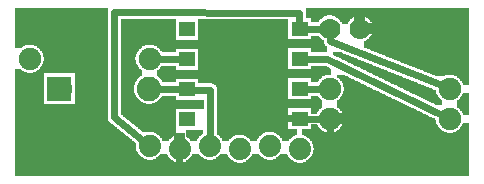
<source format=gtl>
G04 MADE WITH FRITZING*
G04 WWW.FRITZING.ORG*
G04 DOUBLE SIDED*
G04 HOLES PLATED*
G04 CONTOUR ON CENTER OF CONTOUR VECTOR*
%ASAXBY*%
%FSLAX23Y23*%
%MOIN*%
%OFA0B0*%
%SFA1.0B1.0*%
%ADD10C,0.075000*%
%ADD11C,0.074000*%
%ADD12C,0.070000*%
%ADD13C,0.082000*%
%ADD14R,0.055118X0.051181*%
%ADD15R,0.082000X0.082000*%
%ADD16C,0.024000*%
%LNCOPPER1*%
G90*
G70*
G54D10*
X1296Y530D03*
X114Y533D03*
G54D11*
X488Y141D03*
X588Y131D03*
X688Y141D03*
X788Y131D03*
X888Y141D03*
X988Y131D03*
G54D10*
X1088Y331D03*
X1488Y331D03*
X1088Y231D03*
X1488Y231D03*
G54D12*
X1088Y531D03*
X1188Y531D03*
G54D13*
X188Y331D03*
X486Y331D03*
G54D10*
X88Y431D03*
X488Y431D03*
G54D14*
X988Y531D03*
X988Y431D03*
X988Y331D03*
X988Y231D03*
X613Y529D03*
X613Y429D03*
X613Y329D03*
X613Y229D03*
G54D15*
X187Y331D03*
G54D16*
X518Y331D02*
X591Y329D01*
D02*
X689Y172D02*
X691Y328D01*
D02*
X691Y328D02*
X635Y328D01*
D02*
X591Y429D02*
X517Y431D01*
D02*
X1060Y331D02*
X1010Y331D01*
D02*
X1060Y231D02*
X1010Y231D01*
D02*
X1062Y531D02*
X1010Y531D01*
D02*
X1462Y342D02*
X1091Y490D01*
D02*
X1091Y490D02*
X1090Y505D01*
D02*
X464Y161D02*
X369Y237D01*
D02*
X369Y237D02*
X369Y587D01*
D02*
X369Y587D02*
X986Y584D01*
D02*
X986Y584D02*
X987Y551D01*
D02*
X1088Y67D02*
X586Y67D01*
D02*
X586Y67D02*
X587Y100D01*
D02*
X1088Y203D02*
X1088Y67D01*
D02*
X1078Y430D02*
X1462Y244D01*
D02*
X1010Y431D02*
X1078Y430D01*
G36*
X1008Y600D02*
X1008Y576D01*
X1196Y576D01*
X1196Y574D01*
X1202Y574D01*
X1202Y572D01*
X1206Y572D01*
X1206Y570D01*
X1210Y570D01*
X1210Y568D01*
X1212Y568D01*
X1212Y566D01*
X1216Y566D01*
X1216Y564D01*
X1218Y564D01*
X1218Y562D01*
X1220Y562D01*
X1220Y560D01*
X1222Y560D01*
X1222Y558D01*
X1224Y558D01*
X1224Y554D01*
X1226Y554D01*
X1226Y552D01*
X1228Y552D01*
X1228Y548D01*
X1230Y548D01*
X1230Y544D01*
X1232Y544D01*
X1232Y536D01*
X1234Y536D01*
X1234Y526D01*
X1232Y526D01*
X1232Y518D01*
X1230Y518D01*
X1230Y514D01*
X1228Y514D01*
X1228Y510D01*
X1226Y510D01*
X1226Y508D01*
X1224Y508D01*
X1224Y504D01*
X1222Y504D01*
X1222Y502D01*
X1220Y502D01*
X1220Y500D01*
X1218Y500D01*
X1218Y498D01*
X1216Y498D01*
X1216Y496D01*
X1214Y496D01*
X1214Y494D01*
X1210Y494D01*
X1210Y492D01*
X1208Y492D01*
X1208Y490D01*
X1202Y490D01*
X1202Y468D01*
X1206Y468D01*
X1206Y466D01*
X1212Y466D01*
X1212Y464D01*
X1216Y464D01*
X1216Y462D01*
X1222Y462D01*
X1222Y460D01*
X1226Y460D01*
X1226Y458D01*
X1232Y458D01*
X1232Y456D01*
X1236Y456D01*
X1236Y454D01*
X1242Y454D01*
X1242Y452D01*
X1246Y452D01*
X1246Y450D01*
X1252Y450D01*
X1252Y448D01*
X1256Y448D01*
X1256Y446D01*
X1262Y446D01*
X1262Y444D01*
X1266Y444D01*
X1266Y442D01*
X1272Y442D01*
X1272Y440D01*
X1276Y440D01*
X1276Y438D01*
X1282Y438D01*
X1282Y436D01*
X1286Y436D01*
X1286Y434D01*
X1292Y434D01*
X1292Y432D01*
X1296Y432D01*
X1296Y430D01*
X1302Y430D01*
X1302Y428D01*
X1306Y428D01*
X1306Y426D01*
X1312Y426D01*
X1312Y424D01*
X1316Y424D01*
X1316Y422D01*
X1322Y422D01*
X1322Y420D01*
X1326Y420D01*
X1326Y418D01*
X1332Y418D01*
X1332Y416D01*
X1336Y416D01*
X1336Y414D01*
X1342Y414D01*
X1342Y412D01*
X1346Y412D01*
X1346Y410D01*
X1352Y410D01*
X1352Y408D01*
X1358Y408D01*
X1358Y406D01*
X1362Y406D01*
X1362Y404D01*
X1368Y404D01*
X1368Y402D01*
X1372Y402D01*
X1372Y400D01*
X1378Y400D01*
X1378Y398D01*
X1382Y398D01*
X1382Y396D01*
X1388Y396D01*
X1388Y394D01*
X1392Y394D01*
X1392Y392D01*
X1398Y392D01*
X1398Y390D01*
X1402Y390D01*
X1402Y388D01*
X1408Y388D01*
X1408Y386D01*
X1412Y386D01*
X1412Y384D01*
X1418Y384D01*
X1418Y382D01*
X1422Y382D01*
X1422Y380D01*
X1428Y380D01*
X1428Y378D01*
X1498Y378D01*
X1498Y376D01*
X1504Y376D01*
X1504Y374D01*
X1508Y374D01*
X1508Y372D01*
X1512Y372D01*
X1512Y370D01*
X1514Y370D01*
X1514Y368D01*
X1516Y368D01*
X1516Y366D01*
X1520Y366D01*
X1520Y364D01*
X1522Y364D01*
X1522Y362D01*
X1524Y362D01*
X1524Y358D01*
X1526Y358D01*
X1526Y356D01*
X1528Y356D01*
X1528Y352D01*
X1530Y352D01*
X1530Y350D01*
X1532Y350D01*
X1532Y344D01*
X1552Y344D01*
X1552Y600D01*
X1008Y600D01*
G37*
D02*
G36*
X1008Y576D02*
X1008Y566D01*
X1026Y566D01*
X1026Y552D01*
X1050Y552D01*
X1050Y554D01*
X1052Y554D01*
X1052Y556D01*
X1054Y556D01*
X1054Y560D01*
X1056Y560D01*
X1056Y562D01*
X1058Y562D01*
X1058Y564D01*
X1062Y564D01*
X1062Y566D01*
X1064Y566D01*
X1064Y568D01*
X1066Y568D01*
X1066Y570D01*
X1070Y570D01*
X1070Y572D01*
X1074Y572D01*
X1074Y574D01*
X1080Y574D01*
X1080Y576D01*
X1008Y576D01*
G37*
D02*
G36*
X1096Y576D02*
X1096Y574D01*
X1102Y574D01*
X1102Y572D01*
X1106Y572D01*
X1106Y570D01*
X1110Y570D01*
X1110Y568D01*
X1112Y568D01*
X1112Y566D01*
X1116Y566D01*
X1116Y564D01*
X1118Y564D01*
X1118Y562D01*
X1120Y562D01*
X1120Y560D01*
X1122Y560D01*
X1122Y558D01*
X1124Y558D01*
X1124Y554D01*
X1126Y554D01*
X1126Y552D01*
X1128Y552D01*
X1128Y548D01*
X1148Y548D01*
X1148Y550D01*
X1150Y550D01*
X1150Y554D01*
X1152Y554D01*
X1152Y556D01*
X1154Y556D01*
X1154Y558D01*
X1156Y558D01*
X1156Y562D01*
X1158Y562D01*
X1158Y564D01*
X1162Y564D01*
X1162Y566D01*
X1164Y566D01*
X1164Y568D01*
X1166Y568D01*
X1166Y570D01*
X1170Y570D01*
X1170Y572D01*
X1174Y572D01*
X1174Y574D01*
X1180Y574D01*
X1180Y576D01*
X1096Y576D01*
G37*
D02*
G36*
X1432Y378D02*
X1432Y376D01*
X1438Y376D01*
X1438Y374D01*
X1442Y374D01*
X1442Y372D01*
X1468Y372D01*
X1468Y374D01*
X1472Y374D01*
X1472Y376D01*
X1478Y376D01*
X1478Y378D01*
X1432Y378D01*
G37*
D02*
G36*
X1100Y454D02*
X1100Y442D01*
X1104Y442D01*
X1104Y440D01*
X1108Y440D01*
X1108Y438D01*
X1112Y438D01*
X1112Y436D01*
X1118Y436D01*
X1118Y434D01*
X1122Y434D01*
X1122Y432D01*
X1126Y432D01*
X1126Y430D01*
X1130Y430D01*
X1130Y428D01*
X1134Y428D01*
X1134Y426D01*
X1138Y426D01*
X1138Y424D01*
X1142Y424D01*
X1142Y422D01*
X1146Y422D01*
X1146Y420D01*
X1150Y420D01*
X1150Y418D01*
X1154Y418D01*
X1154Y416D01*
X1158Y416D01*
X1158Y414D01*
X1162Y414D01*
X1162Y412D01*
X1166Y412D01*
X1166Y410D01*
X1170Y410D01*
X1170Y408D01*
X1174Y408D01*
X1174Y406D01*
X1178Y406D01*
X1178Y404D01*
X1184Y404D01*
X1184Y402D01*
X1188Y402D01*
X1188Y400D01*
X1192Y400D01*
X1192Y398D01*
X1196Y398D01*
X1196Y396D01*
X1200Y396D01*
X1200Y394D01*
X1204Y394D01*
X1204Y392D01*
X1208Y392D01*
X1208Y390D01*
X1212Y390D01*
X1212Y388D01*
X1216Y388D01*
X1216Y386D01*
X1220Y386D01*
X1220Y384D01*
X1224Y384D01*
X1224Y382D01*
X1228Y382D01*
X1228Y380D01*
X1232Y380D01*
X1232Y378D01*
X1236Y378D01*
X1236Y376D01*
X1240Y376D01*
X1240Y374D01*
X1246Y374D01*
X1246Y372D01*
X1250Y372D01*
X1250Y370D01*
X1254Y370D01*
X1254Y368D01*
X1258Y368D01*
X1258Y366D01*
X1262Y366D01*
X1262Y364D01*
X1266Y364D01*
X1266Y362D01*
X1270Y362D01*
X1270Y360D01*
X1274Y360D01*
X1274Y358D01*
X1278Y358D01*
X1278Y356D01*
X1282Y356D01*
X1282Y354D01*
X1286Y354D01*
X1286Y352D01*
X1290Y352D01*
X1290Y350D01*
X1294Y350D01*
X1294Y348D01*
X1298Y348D01*
X1298Y346D01*
X1302Y346D01*
X1302Y344D01*
X1308Y344D01*
X1308Y342D01*
X1312Y342D01*
X1312Y340D01*
X1316Y340D01*
X1316Y338D01*
X1320Y338D01*
X1320Y336D01*
X1324Y336D01*
X1324Y334D01*
X1328Y334D01*
X1328Y332D01*
X1332Y332D01*
X1332Y330D01*
X1336Y330D01*
X1336Y328D01*
X1340Y328D01*
X1340Y326D01*
X1344Y326D01*
X1344Y324D01*
X1348Y324D01*
X1348Y322D01*
X1352Y322D01*
X1352Y320D01*
X1356Y320D01*
X1356Y318D01*
X1360Y318D01*
X1360Y316D01*
X1364Y316D01*
X1364Y314D01*
X1370Y314D01*
X1370Y312D01*
X1374Y312D01*
X1374Y310D01*
X1378Y310D01*
X1378Y308D01*
X1382Y308D01*
X1382Y306D01*
X1386Y306D01*
X1386Y304D01*
X1390Y304D01*
X1390Y302D01*
X1394Y302D01*
X1394Y300D01*
X1398Y300D01*
X1398Y298D01*
X1402Y298D01*
X1402Y296D01*
X1406Y296D01*
X1406Y294D01*
X1410Y294D01*
X1410Y292D01*
X1414Y292D01*
X1414Y290D01*
X1418Y290D01*
X1418Y288D01*
X1422Y288D01*
X1422Y286D01*
X1426Y286D01*
X1426Y284D01*
X1432Y284D01*
X1432Y282D01*
X1436Y282D01*
X1436Y280D01*
X1440Y280D01*
X1440Y278D01*
X1444Y278D01*
X1444Y276D01*
X1464Y276D01*
X1464Y292D01*
X1462Y292D01*
X1462Y294D01*
X1460Y294D01*
X1460Y296D01*
X1458Y296D01*
X1458Y298D01*
X1456Y298D01*
X1456Y300D01*
X1454Y300D01*
X1454Y302D01*
X1452Y302D01*
X1452Y304D01*
X1450Y304D01*
X1450Y306D01*
X1448Y306D01*
X1448Y310D01*
X1446Y310D01*
X1446Y314D01*
X1444Y314D01*
X1444Y318D01*
X1442Y318D01*
X1442Y326D01*
X1438Y326D01*
X1438Y328D01*
X1434Y328D01*
X1434Y330D01*
X1428Y330D01*
X1428Y332D01*
X1424Y332D01*
X1424Y334D01*
X1418Y334D01*
X1418Y336D01*
X1414Y336D01*
X1414Y338D01*
X1408Y338D01*
X1408Y340D01*
X1404Y340D01*
X1404Y342D01*
X1398Y342D01*
X1398Y344D01*
X1394Y344D01*
X1394Y346D01*
X1388Y346D01*
X1388Y348D01*
X1384Y348D01*
X1384Y350D01*
X1378Y350D01*
X1378Y352D01*
X1374Y352D01*
X1374Y354D01*
X1368Y354D01*
X1368Y356D01*
X1364Y356D01*
X1364Y358D01*
X1358Y358D01*
X1358Y360D01*
X1354Y360D01*
X1354Y362D01*
X1348Y362D01*
X1348Y364D01*
X1344Y364D01*
X1344Y366D01*
X1338Y366D01*
X1338Y368D01*
X1334Y368D01*
X1334Y370D01*
X1328Y370D01*
X1328Y372D01*
X1324Y372D01*
X1324Y374D01*
X1318Y374D01*
X1318Y376D01*
X1314Y376D01*
X1314Y378D01*
X1308Y378D01*
X1308Y380D01*
X1304Y380D01*
X1304Y382D01*
X1298Y382D01*
X1298Y384D01*
X1294Y384D01*
X1294Y386D01*
X1288Y386D01*
X1288Y388D01*
X1284Y388D01*
X1284Y390D01*
X1278Y390D01*
X1278Y392D01*
X1274Y392D01*
X1274Y394D01*
X1268Y394D01*
X1268Y396D01*
X1264Y396D01*
X1264Y398D01*
X1258Y398D01*
X1258Y400D01*
X1254Y400D01*
X1254Y402D01*
X1248Y402D01*
X1248Y404D01*
X1244Y404D01*
X1244Y406D01*
X1238Y406D01*
X1238Y408D01*
X1234Y408D01*
X1234Y410D01*
X1228Y410D01*
X1228Y412D01*
X1224Y412D01*
X1224Y414D01*
X1218Y414D01*
X1218Y416D01*
X1214Y416D01*
X1214Y418D01*
X1208Y418D01*
X1208Y420D01*
X1204Y420D01*
X1204Y422D01*
X1198Y422D01*
X1198Y424D01*
X1194Y424D01*
X1194Y426D01*
X1188Y426D01*
X1188Y428D01*
X1184Y428D01*
X1184Y430D01*
X1178Y430D01*
X1178Y432D01*
X1174Y432D01*
X1174Y434D01*
X1168Y434D01*
X1168Y436D01*
X1164Y436D01*
X1164Y438D01*
X1158Y438D01*
X1158Y440D01*
X1154Y440D01*
X1154Y442D01*
X1148Y442D01*
X1148Y444D01*
X1144Y444D01*
X1144Y446D01*
X1138Y446D01*
X1138Y448D01*
X1134Y448D01*
X1134Y450D01*
X1128Y450D01*
X1128Y452D01*
X1124Y452D01*
X1124Y454D01*
X1100Y454D01*
G37*
D02*
G36*
X392Y564D02*
X392Y492D01*
X576Y492D01*
X576Y564D01*
X392Y564D01*
G37*
D02*
G36*
X650Y564D02*
X650Y496D01*
X950Y496D01*
X950Y562D01*
X702Y562D01*
X702Y564D01*
X650Y564D01*
G37*
D02*
G36*
X1026Y508D02*
X1026Y496D01*
X1060Y496D01*
X1060Y498D01*
X1058Y498D01*
X1058Y500D01*
X1056Y500D01*
X1056Y502D01*
X1054Y502D01*
X1054Y506D01*
X1052Y506D01*
X1052Y508D01*
X1026Y508D01*
G37*
D02*
G36*
X650Y496D02*
X650Y494D01*
X1064Y494D01*
X1064Y496D01*
X650Y496D01*
G37*
D02*
G36*
X650Y496D02*
X650Y494D01*
X1064Y494D01*
X1064Y496D01*
X650Y496D01*
G37*
D02*
G36*
X650Y494D02*
X650Y492D01*
X1066Y492D01*
X1066Y494D01*
X650Y494D01*
G37*
D02*
G36*
X392Y492D02*
X392Y490D01*
X1068Y490D01*
X1068Y492D01*
X392Y492D01*
G37*
D02*
G36*
X392Y492D02*
X392Y490D01*
X1068Y490D01*
X1068Y492D01*
X392Y492D01*
G37*
D02*
G36*
X392Y490D02*
X392Y478D01*
X498Y478D01*
X498Y476D01*
X504Y476D01*
X504Y474D01*
X508Y474D01*
X508Y472D01*
X512Y472D01*
X512Y470D01*
X514Y470D01*
X514Y468D01*
X516Y468D01*
X516Y466D01*
X1026Y466D01*
X1026Y452D01*
X1080Y452D01*
X1080Y472D01*
X1076Y472D01*
X1076Y474D01*
X1074Y474D01*
X1074Y476D01*
X1072Y476D01*
X1072Y480D01*
X1070Y480D01*
X1070Y488D01*
X1068Y488D01*
X1068Y490D01*
X392Y490D01*
G37*
D02*
G36*
X392Y478D02*
X392Y280D01*
X476Y280D01*
X476Y282D01*
X470Y282D01*
X470Y284D01*
X466Y284D01*
X466Y286D01*
X462Y286D01*
X462Y288D01*
X460Y288D01*
X460Y290D01*
X456Y290D01*
X456Y292D01*
X454Y292D01*
X454Y294D01*
X452Y294D01*
X452Y296D01*
X450Y296D01*
X450Y298D01*
X448Y298D01*
X448Y300D01*
X446Y300D01*
X446Y304D01*
X444Y304D01*
X444Y306D01*
X442Y306D01*
X442Y310D01*
X440Y310D01*
X440Y314D01*
X438Y314D01*
X438Y318D01*
X436Y318D01*
X436Y342D01*
X438Y342D01*
X438Y348D01*
X440Y348D01*
X440Y352D01*
X442Y352D01*
X442Y356D01*
X444Y356D01*
X444Y358D01*
X446Y358D01*
X446Y362D01*
X448Y362D01*
X448Y364D01*
X450Y364D01*
X450Y366D01*
X452Y366D01*
X452Y368D01*
X454Y368D01*
X454Y370D01*
X456Y370D01*
X456Y372D01*
X460Y372D01*
X460Y374D01*
X462Y374D01*
X462Y394D01*
X460Y394D01*
X460Y396D01*
X458Y396D01*
X458Y398D01*
X454Y398D01*
X454Y402D01*
X452Y402D01*
X452Y404D01*
X450Y404D01*
X450Y406D01*
X448Y406D01*
X448Y410D01*
X446Y410D01*
X446Y414D01*
X444Y414D01*
X444Y418D01*
X442Y418D01*
X442Y426D01*
X440Y426D01*
X440Y436D01*
X442Y436D01*
X442Y444D01*
X444Y444D01*
X444Y448D01*
X446Y448D01*
X446Y452D01*
X448Y452D01*
X448Y456D01*
X450Y456D01*
X450Y458D01*
X452Y458D01*
X452Y460D01*
X454Y460D01*
X454Y462D01*
X456Y462D01*
X456Y464D01*
X458Y464D01*
X458Y466D01*
X460Y466D01*
X460Y468D01*
X462Y468D01*
X462Y470D01*
X464Y470D01*
X464Y472D01*
X468Y472D01*
X468Y474D01*
X472Y474D01*
X472Y476D01*
X478Y476D01*
X478Y478D01*
X392Y478D01*
G37*
D02*
G36*
X520Y466D02*
X520Y464D01*
X650Y464D01*
X650Y396D01*
X950Y396D01*
X950Y466D01*
X520Y466D01*
G37*
D02*
G36*
X522Y464D02*
X522Y462D01*
X524Y462D01*
X524Y458D01*
X526Y458D01*
X526Y456D01*
X528Y456D01*
X528Y452D01*
X576Y452D01*
X576Y464D01*
X522Y464D01*
G37*
D02*
G36*
X528Y408D02*
X528Y406D01*
X526Y406D01*
X526Y404D01*
X524Y404D01*
X524Y400D01*
X522Y400D01*
X522Y398D01*
X520Y398D01*
X520Y396D01*
X518Y396D01*
X518Y394D01*
X514Y394D01*
X514Y392D01*
X576Y392D01*
X576Y406D01*
X572Y406D01*
X572Y408D01*
X528Y408D01*
G37*
D02*
G36*
X1026Y408D02*
X1026Y396D01*
X1094Y396D01*
X1094Y398D01*
X1090Y398D01*
X1090Y400D01*
X1086Y400D01*
X1086Y402D01*
X1082Y402D01*
X1082Y404D01*
X1078Y404D01*
X1078Y406D01*
X1074Y406D01*
X1074Y408D01*
X1026Y408D01*
G37*
D02*
G36*
X650Y396D02*
X650Y394D01*
X1094Y394D01*
X1094Y396D01*
X650Y396D01*
G37*
D02*
G36*
X650Y396D02*
X650Y394D01*
X1094Y394D01*
X1094Y396D01*
X650Y396D01*
G37*
D02*
G36*
X650Y394D02*
X650Y392D01*
X1094Y392D01*
X1094Y394D01*
X650Y394D01*
G37*
D02*
G36*
X512Y392D02*
X512Y390D01*
X1094Y390D01*
X1094Y392D01*
X512Y392D01*
G37*
D02*
G36*
X512Y392D02*
X512Y390D01*
X1094Y390D01*
X1094Y392D01*
X512Y392D01*
G37*
D02*
G36*
X512Y390D02*
X512Y372D01*
X516Y372D01*
X516Y370D01*
X518Y370D01*
X518Y368D01*
X520Y368D01*
X520Y366D01*
X1026Y366D01*
X1026Y352D01*
X1048Y352D01*
X1048Y356D01*
X1050Y356D01*
X1050Y358D01*
X1052Y358D01*
X1052Y360D01*
X1054Y360D01*
X1054Y362D01*
X1056Y362D01*
X1056Y364D01*
X1058Y364D01*
X1058Y366D01*
X1060Y366D01*
X1060Y368D01*
X1062Y368D01*
X1062Y370D01*
X1064Y370D01*
X1064Y372D01*
X1068Y372D01*
X1068Y374D01*
X1072Y374D01*
X1072Y376D01*
X1078Y376D01*
X1078Y378D01*
X1094Y378D01*
X1094Y390D01*
X512Y390D01*
G37*
D02*
G36*
X522Y366D02*
X522Y364D01*
X650Y364D01*
X650Y350D01*
X696Y350D01*
X696Y348D01*
X702Y348D01*
X702Y346D01*
X704Y346D01*
X704Y344D01*
X706Y344D01*
X706Y342D01*
X708Y342D01*
X708Y340D01*
X710Y340D01*
X710Y336D01*
X712Y336D01*
X712Y296D01*
X950Y296D01*
X950Y366D01*
X522Y366D01*
G37*
D02*
G36*
X524Y364D02*
X524Y362D01*
X526Y362D01*
X526Y360D01*
X528Y360D01*
X528Y356D01*
X530Y356D01*
X530Y354D01*
X532Y354D01*
X532Y352D01*
X576Y352D01*
X576Y364D01*
X524Y364D01*
G37*
D02*
G36*
X530Y308D02*
X530Y306D01*
X528Y306D01*
X528Y302D01*
X526Y302D01*
X526Y300D01*
X524Y300D01*
X524Y298D01*
X522Y298D01*
X522Y296D01*
X520Y296D01*
X520Y294D01*
X518Y294D01*
X518Y292D01*
X516Y292D01*
X516Y290D01*
X514Y290D01*
X514Y288D01*
X510Y288D01*
X510Y286D01*
X506Y286D01*
X506Y284D01*
X502Y284D01*
X502Y282D01*
X496Y282D01*
X496Y280D01*
X668Y280D01*
X668Y292D01*
X576Y292D01*
X576Y306D01*
X572Y306D01*
X572Y308D01*
X530Y308D01*
G37*
D02*
G36*
X1026Y308D02*
X1026Y296D01*
X1058Y296D01*
X1058Y298D01*
X1056Y298D01*
X1056Y300D01*
X1054Y300D01*
X1054Y302D01*
X1052Y302D01*
X1052Y304D01*
X1050Y304D01*
X1050Y306D01*
X1048Y306D01*
X1048Y308D01*
X1026Y308D01*
G37*
D02*
G36*
X712Y296D02*
X712Y294D01*
X1060Y294D01*
X1060Y296D01*
X712Y296D01*
G37*
D02*
G36*
X712Y296D02*
X712Y294D01*
X1060Y294D01*
X1060Y296D01*
X712Y296D01*
G37*
D02*
G36*
X712Y294D02*
X712Y266D01*
X1026Y266D01*
X1026Y248D01*
X1046Y248D01*
X1046Y252D01*
X1048Y252D01*
X1048Y256D01*
X1050Y256D01*
X1050Y258D01*
X1052Y258D01*
X1052Y260D01*
X1054Y260D01*
X1054Y262D01*
X1056Y262D01*
X1056Y264D01*
X1058Y264D01*
X1058Y266D01*
X1060Y266D01*
X1060Y268D01*
X1062Y268D01*
X1062Y270D01*
X1064Y270D01*
X1064Y292D01*
X1062Y292D01*
X1062Y294D01*
X712Y294D01*
G37*
D02*
G36*
X392Y280D02*
X392Y278D01*
X668Y278D01*
X668Y280D01*
X392Y280D01*
G37*
D02*
G36*
X392Y280D02*
X392Y278D01*
X668Y278D01*
X668Y280D01*
X392Y280D01*
G37*
D02*
G36*
X392Y278D02*
X392Y246D01*
X394Y246D01*
X394Y244D01*
X396Y244D01*
X396Y242D01*
X398Y242D01*
X398Y240D01*
X400Y240D01*
X400Y238D01*
X404Y238D01*
X404Y236D01*
X406Y236D01*
X406Y234D01*
X408Y234D01*
X408Y232D01*
X410Y232D01*
X410Y230D01*
X414Y230D01*
X414Y228D01*
X416Y228D01*
X416Y226D01*
X418Y226D01*
X418Y224D01*
X420Y224D01*
X420Y222D01*
X424Y222D01*
X424Y220D01*
X426Y220D01*
X426Y218D01*
X428Y218D01*
X428Y216D01*
X430Y216D01*
X430Y214D01*
X434Y214D01*
X434Y212D01*
X436Y212D01*
X436Y210D01*
X438Y210D01*
X438Y208D01*
X440Y208D01*
X440Y206D01*
X444Y206D01*
X444Y204D01*
X446Y204D01*
X446Y202D01*
X448Y202D01*
X448Y200D01*
X450Y200D01*
X450Y198D01*
X454Y198D01*
X454Y196D01*
X456Y196D01*
X456Y194D01*
X458Y194D01*
X458Y192D01*
X460Y192D01*
X460Y190D01*
X464Y190D01*
X464Y188D01*
X496Y188D01*
X496Y186D01*
X502Y186D01*
X502Y184D01*
X508Y184D01*
X508Y182D01*
X510Y182D01*
X510Y180D01*
X514Y180D01*
X514Y178D01*
X516Y178D01*
X516Y176D01*
X518Y176D01*
X518Y174D01*
X520Y174D01*
X520Y172D01*
X522Y172D01*
X522Y170D01*
X524Y170D01*
X524Y168D01*
X526Y168D01*
X526Y166D01*
X528Y166D01*
X528Y162D01*
X530Y162D01*
X530Y158D01*
X552Y158D01*
X552Y160D01*
X554Y160D01*
X554Y162D01*
X556Y162D01*
X556Y164D01*
X558Y164D01*
X558Y166D01*
X560Y166D01*
X560Y168D01*
X562Y168D01*
X562Y170D01*
X566Y170D01*
X566Y172D01*
X570Y172D01*
X570Y174D01*
X574Y174D01*
X574Y176D01*
X576Y176D01*
X576Y264D01*
X668Y264D01*
X668Y278D01*
X392Y278D01*
G37*
D02*
G36*
X712Y266D02*
X712Y188D01*
X896Y188D01*
X896Y186D01*
X902Y186D01*
X902Y184D01*
X908Y184D01*
X908Y182D01*
X910Y182D01*
X910Y180D01*
X914Y180D01*
X914Y178D01*
X916Y178D01*
X916Y176D01*
X918Y176D01*
X918Y174D01*
X920Y174D01*
X920Y172D01*
X922Y172D01*
X922Y170D01*
X924Y170D01*
X924Y168D01*
X926Y168D01*
X926Y166D01*
X928Y166D01*
X928Y162D01*
X930Y162D01*
X930Y158D01*
X952Y158D01*
X952Y160D01*
X954Y160D01*
X954Y162D01*
X956Y162D01*
X956Y164D01*
X958Y164D01*
X958Y166D01*
X960Y166D01*
X960Y168D01*
X962Y168D01*
X962Y170D01*
X966Y170D01*
X966Y172D01*
X970Y172D01*
X970Y174D01*
X974Y174D01*
X974Y176D01*
X980Y176D01*
X980Y196D01*
X950Y196D01*
X950Y266D01*
X712Y266D01*
G37*
D02*
G36*
X712Y188D02*
X712Y180D01*
X714Y180D01*
X714Y178D01*
X796Y178D01*
X796Y176D01*
X802Y176D01*
X802Y174D01*
X808Y174D01*
X808Y172D01*
X810Y172D01*
X810Y170D01*
X814Y170D01*
X814Y168D01*
X816Y168D01*
X816Y166D01*
X818Y166D01*
X818Y164D01*
X820Y164D01*
X820Y162D01*
X822Y162D01*
X822Y160D01*
X824Y160D01*
X824Y158D01*
X846Y158D01*
X846Y162D01*
X848Y162D01*
X848Y164D01*
X850Y164D01*
X850Y168D01*
X852Y168D01*
X852Y170D01*
X854Y170D01*
X854Y172D01*
X856Y172D01*
X856Y174D01*
X858Y174D01*
X858Y176D01*
X860Y176D01*
X860Y178D01*
X862Y178D01*
X862Y180D01*
X866Y180D01*
X866Y182D01*
X870Y182D01*
X870Y184D01*
X874Y184D01*
X874Y186D01*
X880Y186D01*
X880Y188D01*
X712Y188D01*
G37*
D02*
G36*
X716Y178D02*
X716Y176D01*
X718Y176D01*
X718Y174D01*
X720Y174D01*
X720Y172D01*
X722Y172D01*
X722Y170D01*
X724Y170D01*
X724Y168D01*
X726Y168D01*
X726Y166D01*
X728Y166D01*
X728Y162D01*
X730Y162D01*
X730Y158D01*
X752Y158D01*
X752Y160D01*
X754Y160D01*
X754Y162D01*
X756Y162D01*
X756Y164D01*
X758Y164D01*
X758Y166D01*
X760Y166D01*
X760Y168D01*
X762Y168D01*
X762Y170D01*
X766Y170D01*
X766Y172D01*
X770Y172D01*
X770Y174D01*
X774Y174D01*
X774Y176D01*
X780Y176D01*
X780Y178D01*
X716Y178D01*
G37*
D02*
G36*
X40Y600D02*
X40Y478D01*
X98Y478D01*
X98Y476D01*
X104Y476D01*
X104Y474D01*
X108Y474D01*
X108Y472D01*
X112Y472D01*
X112Y470D01*
X114Y470D01*
X114Y468D01*
X116Y468D01*
X116Y466D01*
X120Y466D01*
X120Y464D01*
X122Y464D01*
X122Y460D01*
X124Y460D01*
X124Y458D01*
X126Y458D01*
X126Y456D01*
X128Y456D01*
X128Y452D01*
X130Y452D01*
X130Y450D01*
X132Y450D01*
X132Y444D01*
X134Y444D01*
X134Y438D01*
X136Y438D01*
X136Y424D01*
X134Y424D01*
X134Y418D01*
X132Y418D01*
X132Y412D01*
X130Y412D01*
X130Y408D01*
X128Y408D01*
X128Y406D01*
X126Y406D01*
X126Y404D01*
X124Y404D01*
X124Y400D01*
X122Y400D01*
X122Y398D01*
X120Y398D01*
X120Y396D01*
X118Y396D01*
X118Y394D01*
X114Y394D01*
X114Y392D01*
X112Y392D01*
X112Y390D01*
X108Y390D01*
X108Y388D01*
X104Y388D01*
X104Y386D01*
X98Y386D01*
X98Y384D01*
X348Y384D01*
X348Y600D01*
X40Y600D01*
G37*
D02*
G36*
X40Y478D02*
X40Y466D01*
X60Y466D01*
X60Y468D01*
X62Y468D01*
X62Y470D01*
X66Y470D01*
X66Y472D01*
X68Y472D01*
X68Y474D01*
X72Y474D01*
X72Y476D01*
X78Y476D01*
X78Y478D01*
X40Y478D01*
G37*
D02*
G36*
X40Y396D02*
X40Y384D01*
X78Y384D01*
X78Y386D01*
X72Y386D01*
X72Y388D01*
X68Y388D01*
X68Y390D01*
X64Y390D01*
X64Y392D01*
X62Y392D01*
X62Y394D01*
X60Y394D01*
X60Y396D01*
X40Y396D01*
G37*
D02*
G36*
X40Y384D02*
X40Y382D01*
X348Y382D01*
X348Y384D01*
X40Y384D01*
G37*
D02*
G36*
X40Y384D02*
X40Y382D01*
X348Y382D01*
X348Y384D01*
X40Y384D01*
G37*
D02*
G36*
X40Y382D02*
X40Y280D01*
X136Y280D01*
X136Y382D01*
X40Y382D01*
G37*
D02*
G36*
X238Y382D02*
X238Y334D01*
X240Y334D01*
X240Y328D01*
X238Y328D01*
X238Y280D01*
X348Y280D01*
X348Y382D01*
X238Y382D01*
G37*
D02*
G36*
X1114Y378D02*
X1114Y368D01*
X1116Y368D01*
X1116Y366D01*
X1120Y366D01*
X1120Y364D01*
X1122Y364D01*
X1122Y362D01*
X1124Y362D01*
X1124Y358D01*
X1126Y358D01*
X1126Y356D01*
X1128Y356D01*
X1128Y352D01*
X1130Y352D01*
X1130Y350D01*
X1132Y350D01*
X1132Y344D01*
X1134Y344D01*
X1134Y338D01*
X1136Y338D01*
X1136Y324D01*
X1134Y324D01*
X1134Y316D01*
X1132Y316D01*
X1132Y312D01*
X1130Y312D01*
X1130Y308D01*
X1128Y308D01*
X1128Y306D01*
X1126Y306D01*
X1126Y304D01*
X1124Y304D01*
X1124Y300D01*
X1122Y300D01*
X1122Y298D01*
X1120Y298D01*
X1120Y296D01*
X1118Y296D01*
X1118Y294D01*
X1114Y294D01*
X1114Y292D01*
X1112Y292D01*
X1112Y270D01*
X1114Y270D01*
X1114Y268D01*
X1116Y268D01*
X1116Y266D01*
X1120Y266D01*
X1120Y264D01*
X1122Y264D01*
X1122Y262D01*
X1124Y262D01*
X1124Y258D01*
X1126Y258D01*
X1126Y256D01*
X1128Y256D01*
X1128Y252D01*
X1130Y252D01*
X1130Y250D01*
X1132Y250D01*
X1132Y244D01*
X1134Y244D01*
X1134Y238D01*
X1136Y238D01*
X1136Y224D01*
X1134Y224D01*
X1134Y216D01*
X1132Y216D01*
X1132Y212D01*
X1130Y212D01*
X1130Y208D01*
X1128Y208D01*
X1128Y206D01*
X1126Y206D01*
X1126Y204D01*
X1124Y204D01*
X1124Y200D01*
X1122Y200D01*
X1122Y198D01*
X1120Y198D01*
X1120Y196D01*
X1118Y196D01*
X1118Y194D01*
X1114Y194D01*
X1114Y192D01*
X1112Y192D01*
X1112Y190D01*
X1108Y190D01*
X1108Y188D01*
X1104Y188D01*
X1104Y186D01*
X1098Y186D01*
X1098Y184D01*
X1478Y184D01*
X1478Y186D01*
X1472Y186D01*
X1472Y188D01*
X1468Y188D01*
X1468Y190D01*
X1464Y190D01*
X1464Y192D01*
X1462Y192D01*
X1462Y194D01*
X1460Y194D01*
X1460Y196D01*
X1458Y196D01*
X1458Y198D01*
X1456Y198D01*
X1456Y200D01*
X1454Y200D01*
X1454Y202D01*
X1452Y202D01*
X1452Y204D01*
X1450Y204D01*
X1450Y206D01*
X1448Y206D01*
X1448Y210D01*
X1446Y210D01*
X1446Y214D01*
X1444Y214D01*
X1444Y218D01*
X1442Y218D01*
X1442Y226D01*
X1440Y226D01*
X1440Y230D01*
X1438Y230D01*
X1438Y232D01*
X1434Y232D01*
X1434Y234D01*
X1430Y234D01*
X1430Y236D01*
X1426Y236D01*
X1426Y238D01*
X1420Y238D01*
X1420Y240D01*
X1416Y240D01*
X1416Y242D01*
X1412Y242D01*
X1412Y244D01*
X1408Y244D01*
X1408Y246D01*
X1404Y246D01*
X1404Y248D01*
X1400Y248D01*
X1400Y250D01*
X1396Y250D01*
X1396Y252D01*
X1392Y252D01*
X1392Y254D01*
X1388Y254D01*
X1388Y256D01*
X1384Y256D01*
X1384Y258D01*
X1380Y258D01*
X1380Y260D01*
X1376Y260D01*
X1376Y262D01*
X1372Y262D01*
X1372Y264D01*
X1368Y264D01*
X1368Y266D01*
X1364Y266D01*
X1364Y268D01*
X1358Y268D01*
X1358Y270D01*
X1354Y270D01*
X1354Y272D01*
X1350Y272D01*
X1350Y274D01*
X1346Y274D01*
X1346Y276D01*
X1342Y276D01*
X1342Y278D01*
X1338Y278D01*
X1338Y280D01*
X1334Y280D01*
X1334Y282D01*
X1330Y282D01*
X1330Y284D01*
X1326Y284D01*
X1326Y286D01*
X1322Y286D01*
X1322Y288D01*
X1318Y288D01*
X1318Y290D01*
X1314Y290D01*
X1314Y292D01*
X1310Y292D01*
X1310Y294D01*
X1306Y294D01*
X1306Y296D01*
X1302Y296D01*
X1302Y298D01*
X1296Y298D01*
X1296Y300D01*
X1292Y300D01*
X1292Y302D01*
X1288Y302D01*
X1288Y304D01*
X1284Y304D01*
X1284Y306D01*
X1280Y306D01*
X1280Y308D01*
X1276Y308D01*
X1276Y310D01*
X1272Y310D01*
X1272Y312D01*
X1268Y312D01*
X1268Y314D01*
X1264Y314D01*
X1264Y316D01*
X1260Y316D01*
X1260Y318D01*
X1256Y318D01*
X1256Y320D01*
X1252Y320D01*
X1252Y322D01*
X1248Y322D01*
X1248Y324D01*
X1244Y324D01*
X1244Y326D01*
X1240Y326D01*
X1240Y328D01*
X1234Y328D01*
X1234Y330D01*
X1230Y330D01*
X1230Y332D01*
X1226Y332D01*
X1226Y334D01*
X1222Y334D01*
X1222Y336D01*
X1218Y336D01*
X1218Y338D01*
X1214Y338D01*
X1214Y340D01*
X1210Y340D01*
X1210Y342D01*
X1206Y342D01*
X1206Y344D01*
X1202Y344D01*
X1202Y346D01*
X1198Y346D01*
X1198Y348D01*
X1194Y348D01*
X1194Y350D01*
X1190Y350D01*
X1190Y352D01*
X1186Y352D01*
X1186Y354D01*
X1182Y354D01*
X1182Y356D01*
X1178Y356D01*
X1178Y358D01*
X1174Y358D01*
X1174Y360D01*
X1168Y360D01*
X1168Y362D01*
X1164Y362D01*
X1164Y364D01*
X1160Y364D01*
X1160Y366D01*
X1156Y366D01*
X1156Y368D01*
X1152Y368D01*
X1152Y370D01*
X1148Y370D01*
X1148Y372D01*
X1144Y372D01*
X1144Y374D01*
X1140Y374D01*
X1140Y376D01*
X1136Y376D01*
X1136Y378D01*
X1114Y378D01*
G37*
D02*
G36*
X40Y280D02*
X40Y278D01*
X348Y278D01*
X348Y280D01*
X40Y280D01*
G37*
D02*
G36*
X40Y280D02*
X40Y278D01*
X348Y278D01*
X348Y280D01*
X40Y280D01*
G37*
D02*
G36*
X40Y278D02*
X40Y94D01*
X480Y94D01*
X480Y96D01*
X474Y96D01*
X474Y98D01*
X468Y98D01*
X468Y100D01*
X466Y100D01*
X466Y102D01*
X462Y102D01*
X462Y104D01*
X460Y104D01*
X460Y106D01*
X458Y106D01*
X458Y108D01*
X456Y108D01*
X456Y110D01*
X454Y110D01*
X454Y112D01*
X452Y112D01*
X452Y114D01*
X450Y114D01*
X450Y118D01*
X448Y118D01*
X448Y120D01*
X446Y120D01*
X446Y124D01*
X444Y124D01*
X444Y130D01*
X442Y130D01*
X442Y150D01*
X440Y150D01*
X440Y152D01*
X438Y152D01*
X438Y154D01*
X436Y154D01*
X436Y156D01*
X432Y156D01*
X432Y158D01*
X430Y158D01*
X430Y160D01*
X428Y160D01*
X428Y162D01*
X426Y162D01*
X426Y164D01*
X422Y164D01*
X422Y166D01*
X420Y166D01*
X420Y168D01*
X418Y168D01*
X418Y170D01*
X416Y170D01*
X416Y172D01*
X412Y172D01*
X412Y174D01*
X410Y174D01*
X410Y176D01*
X408Y176D01*
X408Y178D01*
X406Y178D01*
X406Y180D01*
X402Y180D01*
X402Y182D01*
X400Y182D01*
X400Y184D01*
X398Y184D01*
X398Y186D01*
X396Y186D01*
X396Y188D01*
X392Y188D01*
X392Y190D01*
X390Y190D01*
X390Y192D01*
X388Y192D01*
X388Y194D01*
X386Y194D01*
X386Y196D01*
X382Y196D01*
X382Y198D01*
X380Y198D01*
X380Y200D01*
X378Y200D01*
X378Y202D01*
X376Y202D01*
X376Y204D01*
X372Y204D01*
X372Y206D01*
X370Y206D01*
X370Y208D01*
X368Y208D01*
X368Y210D01*
X366Y210D01*
X366Y212D01*
X362Y212D01*
X362Y214D01*
X360Y214D01*
X360Y216D01*
X358Y216D01*
X358Y218D01*
X356Y218D01*
X356Y220D01*
X354Y220D01*
X354Y222D01*
X352Y222D01*
X352Y224D01*
X350Y224D01*
X350Y228D01*
X348Y228D01*
X348Y278D01*
X40Y278D01*
G37*
D02*
G36*
X1532Y216D02*
X1532Y212D01*
X1530Y212D01*
X1530Y208D01*
X1528Y208D01*
X1528Y206D01*
X1526Y206D01*
X1526Y204D01*
X1524Y204D01*
X1524Y200D01*
X1522Y200D01*
X1522Y198D01*
X1520Y198D01*
X1520Y196D01*
X1518Y196D01*
X1518Y194D01*
X1514Y194D01*
X1514Y192D01*
X1512Y192D01*
X1512Y190D01*
X1508Y190D01*
X1508Y188D01*
X1504Y188D01*
X1504Y186D01*
X1498Y186D01*
X1498Y184D01*
X1552Y184D01*
X1552Y216D01*
X1532Y216D01*
G37*
D02*
G36*
X1026Y214D02*
X1026Y196D01*
X996Y196D01*
X996Y184D01*
X1078Y184D01*
X1078Y186D01*
X1072Y186D01*
X1072Y188D01*
X1068Y188D01*
X1068Y190D01*
X1064Y190D01*
X1064Y192D01*
X1062Y192D01*
X1062Y194D01*
X1060Y194D01*
X1060Y196D01*
X1058Y196D01*
X1058Y198D01*
X1056Y198D01*
X1056Y200D01*
X1054Y200D01*
X1054Y202D01*
X1052Y202D01*
X1052Y204D01*
X1050Y204D01*
X1050Y206D01*
X1048Y206D01*
X1048Y210D01*
X1046Y210D01*
X1046Y214D01*
X1026Y214D01*
G37*
D02*
G36*
X996Y184D02*
X996Y182D01*
X1552Y182D01*
X1552Y184D01*
X996Y184D01*
G37*
D02*
G36*
X996Y184D02*
X996Y182D01*
X1552Y182D01*
X1552Y184D01*
X996Y184D01*
G37*
D02*
G36*
X996Y184D02*
X996Y182D01*
X1552Y182D01*
X1552Y184D01*
X996Y184D01*
G37*
D02*
G36*
X996Y182D02*
X996Y176D01*
X1002Y176D01*
X1002Y174D01*
X1008Y174D01*
X1008Y172D01*
X1010Y172D01*
X1010Y170D01*
X1014Y170D01*
X1014Y168D01*
X1016Y168D01*
X1016Y166D01*
X1018Y166D01*
X1018Y164D01*
X1020Y164D01*
X1020Y162D01*
X1022Y162D01*
X1022Y160D01*
X1024Y160D01*
X1024Y158D01*
X1026Y158D01*
X1026Y156D01*
X1028Y156D01*
X1028Y152D01*
X1030Y152D01*
X1030Y148D01*
X1032Y148D01*
X1032Y144D01*
X1034Y144D01*
X1034Y134D01*
X1036Y134D01*
X1036Y128D01*
X1034Y128D01*
X1034Y118D01*
X1032Y118D01*
X1032Y114D01*
X1030Y114D01*
X1030Y110D01*
X1028Y110D01*
X1028Y106D01*
X1026Y106D01*
X1026Y104D01*
X1024Y104D01*
X1024Y102D01*
X1022Y102D01*
X1022Y100D01*
X1020Y100D01*
X1020Y98D01*
X1018Y98D01*
X1018Y96D01*
X1016Y96D01*
X1016Y94D01*
X1014Y94D01*
X1014Y92D01*
X1010Y92D01*
X1010Y90D01*
X1008Y90D01*
X1008Y88D01*
X1004Y88D01*
X1004Y86D01*
X998Y86D01*
X998Y84D01*
X1552Y84D01*
X1552Y182D01*
X996Y182D01*
G37*
D02*
G36*
X524Y114D02*
X524Y112D01*
X522Y112D01*
X522Y110D01*
X520Y110D01*
X520Y108D01*
X518Y108D01*
X518Y106D01*
X516Y106D01*
X516Y104D01*
X514Y104D01*
X514Y102D01*
X510Y102D01*
X510Y100D01*
X508Y100D01*
X508Y98D01*
X504Y98D01*
X504Y96D01*
X498Y96D01*
X498Y94D01*
X560Y94D01*
X560Y96D01*
X558Y96D01*
X558Y98D01*
X556Y98D01*
X556Y100D01*
X554Y100D01*
X554Y102D01*
X552Y102D01*
X552Y104D01*
X550Y104D01*
X550Y108D01*
X548Y108D01*
X548Y110D01*
X546Y110D01*
X546Y114D01*
X524Y114D01*
G37*
D02*
G36*
X630Y114D02*
X630Y110D01*
X628Y110D01*
X628Y106D01*
X626Y106D01*
X626Y104D01*
X624Y104D01*
X624Y102D01*
X622Y102D01*
X622Y100D01*
X620Y100D01*
X620Y98D01*
X618Y98D01*
X618Y96D01*
X616Y96D01*
X616Y94D01*
X680Y94D01*
X680Y96D01*
X674Y96D01*
X674Y98D01*
X668Y98D01*
X668Y100D01*
X666Y100D01*
X666Y102D01*
X662Y102D01*
X662Y104D01*
X660Y104D01*
X660Y106D01*
X658Y106D01*
X658Y108D01*
X656Y108D01*
X656Y110D01*
X654Y110D01*
X654Y112D01*
X652Y112D01*
X652Y114D01*
X630Y114D01*
G37*
D02*
G36*
X724Y114D02*
X724Y112D01*
X722Y112D01*
X722Y110D01*
X720Y110D01*
X720Y108D01*
X718Y108D01*
X718Y106D01*
X716Y106D01*
X716Y104D01*
X714Y104D01*
X714Y102D01*
X710Y102D01*
X710Y100D01*
X708Y100D01*
X708Y98D01*
X704Y98D01*
X704Y96D01*
X698Y96D01*
X698Y94D01*
X760Y94D01*
X760Y96D01*
X758Y96D01*
X758Y98D01*
X756Y98D01*
X756Y100D01*
X754Y100D01*
X754Y102D01*
X752Y102D01*
X752Y104D01*
X750Y104D01*
X750Y108D01*
X748Y108D01*
X748Y110D01*
X746Y110D01*
X746Y114D01*
X724Y114D01*
G37*
D02*
G36*
X830Y114D02*
X830Y110D01*
X828Y110D01*
X828Y106D01*
X826Y106D01*
X826Y104D01*
X824Y104D01*
X824Y102D01*
X822Y102D01*
X822Y100D01*
X820Y100D01*
X820Y98D01*
X818Y98D01*
X818Y96D01*
X816Y96D01*
X816Y94D01*
X880Y94D01*
X880Y96D01*
X874Y96D01*
X874Y98D01*
X868Y98D01*
X868Y100D01*
X866Y100D01*
X866Y102D01*
X862Y102D01*
X862Y104D01*
X860Y104D01*
X860Y106D01*
X858Y106D01*
X858Y108D01*
X856Y108D01*
X856Y110D01*
X854Y110D01*
X854Y112D01*
X852Y112D01*
X852Y114D01*
X830Y114D01*
G37*
D02*
G36*
X924Y114D02*
X924Y112D01*
X922Y112D01*
X922Y110D01*
X920Y110D01*
X920Y108D01*
X918Y108D01*
X918Y106D01*
X916Y106D01*
X916Y104D01*
X914Y104D01*
X914Y102D01*
X910Y102D01*
X910Y100D01*
X908Y100D01*
X908Y98D01*
X904Y98D01*
X904Y96D01*
X898Y96D01*
X898Y94D01*
X960Y94D01*
X960Y96D01*
X958Y96D01*
X958Y98D01*
X956Y98D01*
X956Y100D01*
X954Y100D01*
X954Y102D01*
X952Y102D01*
X952Y104D01*
X950Y104D01*
X950Y108D01*
X948Y108D01*
X948Y110D01*
X946Y110D01*
X946Y114D01*
X924Y114D01*
G37*
D02*
G36*
X40Y94D02*
X40Y92D01*
X562Y92D01*
X562Y94D01*
X40Y94D01*
G37*
D02*
G36*
X40Y94D02*
X40Y92D01*
X562Y92D01*
X562Y94D01*
X40Y94D01*
G37*
D02*
G36*
X614Y94D02*
X614Y92D01*
X762Y92D01*
X762Y94D01*
X614Y94D01*
G37*
D02*
G36*
X614Y94D02*
X614Y92D01*
X762Y92D01*
X762Y94D01*
X614Y94D01*
G37*
D02*
G36*
X814Y94D02*
X814Y92D01*
X962Y92D01*
X962Y94D01*
X814Y94D01*
G37*
D02*
G36*
X814Y94D02*
X814Y92D01*
X962Y92D01*
X962Y94D01*
X814Y94D01*
G37*
D02*
G36*
X40Y92D02*
X40Y84D01*
X580Y84D01*
X580Y86D01*
X574Y86D01*
X574Y88D01*
X568Y88D01*
X568Y90D01*
X566Y90D01*
X566Y92D01*
X40Y92D01*
G37*
D02*
G36*
X610Y92D02*
X610Y90D01*
X608Y90D01*
X608Y88D01*
X604Y88D01*
X604Y86D01*
X598Y86D01*
X598Y84D01*
X780Y84D01*
X780Y86D01*
X774Y86D01*
X774Y88D01*
X768Y88D01*
X768Y90D01*
X766Y90D01*
X766Y92D01*
X610Y92D01*
G37*
D02*
G36*
X810Y92D02*
X810Y90D01*
X808Y90D01*
X808Y88D01*
X804Y88D01*
X804Y86D01*
X798Y86D01*
X798Y84D01*
X980Y84D01*
X980Y86D01*
X974Y86D01*
X974Y88D01*
X968Y88D01*
X968Y90D01*
X966Y90D01*
X966Y92D01*
X810Y92D01*
G37*
D02*
G36*
X40Y84D02*
X40Y82D01*
X1552Y82D01*
X1552Y84D01*
X40Y84D01*
G37*
D02*
G36*
X40Y84D02*
X40Y82D01*
X1552Y82D01*
X1552Y84D01*
X40Y84D01*
G37*
D02*
G36*
X40Y84D02*
X40Y82D01*
X1552Y82D01*
X1552Y84D01*
X40Y84D01*
G37*
D02*
G36*
X40Y84D02*
X40Y82D01*
X1552Y82D01*
X1552Y84D01*
X40Y84D01*
G37*
D02*
G36*
X40Y82D02*
X40Y40D01*
X1552Y40D01*
X1552Y82D01*
X40Y82D01*
G37*
D02*
G36*
X1532Y316D02*
X1532Y312D01*
X1530Y312D01*
X1530Y308D01*
X1528Y308D01*
X1528Y306D01*
X1526Y306D01*
X1526Y304D01*
X1524Y304D01*
X1524Y300D01*
X1522Y300D01*
X1522Y298D01*
X1520Y298D01*
X1520Y296D01*
X1518Y296D01*
X1518Y294D01*
X1514Y294D01*
X1514Y292D01*
X1512Y292D01*
X1512Y270D01*
X1514Y270D01*
X1514Y268D01*
X1516Y268D01*
X1516Y266D01*
X1520Y266D01*
X1520Y264D01*
X1522Y264D01*
X1522Y262D01*
X1524Y262D01*
X1524Y258D01*
X1526Y258D01*
X1526Y256D01*
X1528Y256D01*
X1528Y252D01*
X1530Y252D01*
X1530Y250D01*
X1532Y250D01*
X1532Y244D01*
X1552Y244D01*
X1552Y316D01*
X1532Y316D01*
G37*
D02*
G36*
X608Y192D02*
X608Y172D01*
X610Y172D01*
X610Y170D01*
X614Y170D01*
X614Y168D01*
X616Y168D01*
X616Y166D01*
X618Y166D01*
X618Y164D01*
X620Y164D01*
X620Y162D01*
X622Y162D01*
X622Y160D01*
X624Y160D01*
X624Y158D01*
X646Y158D01*
X646Y162D01*
X648Y162D01*
X648Y164D01*
X650Y164D01*
X650Y168D01*
X652Y168D01*
X652Y170D01*
X654Y170D01*
X654Y172D01*
X656Y172D01*
X656Y174D01*
X658Y174D01*
X658Y176D01*
X660Y176D01*
X660Y178D01*
X662Y178D01*
X662Y180D01*
X666Y180D01*
X666Y192D01*
X608Y192D01*
G37*
D02*
G36*
X946Y245D02*
X986Y245D01*
X986Y220D01*
X946Y220D01*
X946Y245D01*
G37*
D02*
G36*
X1104Y251D02*
X1136Y251D01*
X1136Y214D01*
X1104Y214D01*
X1104Y251D01*
G37*
D02*
G36*
X1170Y580D02*
X1205Y580D01*
X1205Y548D01*
X1170Y548D01*
X1170Y580D01*
G37*
D02*
G36*
X1202Y550D02*
X1234Y550D01*
X1234Y515D01*
X1202Y515D01*
X1202Y550D01*
G37*
D02*
G36*
X569Y182D02*
X606Y182D01*
X606Y152D01*
X569Y152D01*
X569Y182D01*
G37*
D02*
G04 End of Copper1*
M02*
</source>
